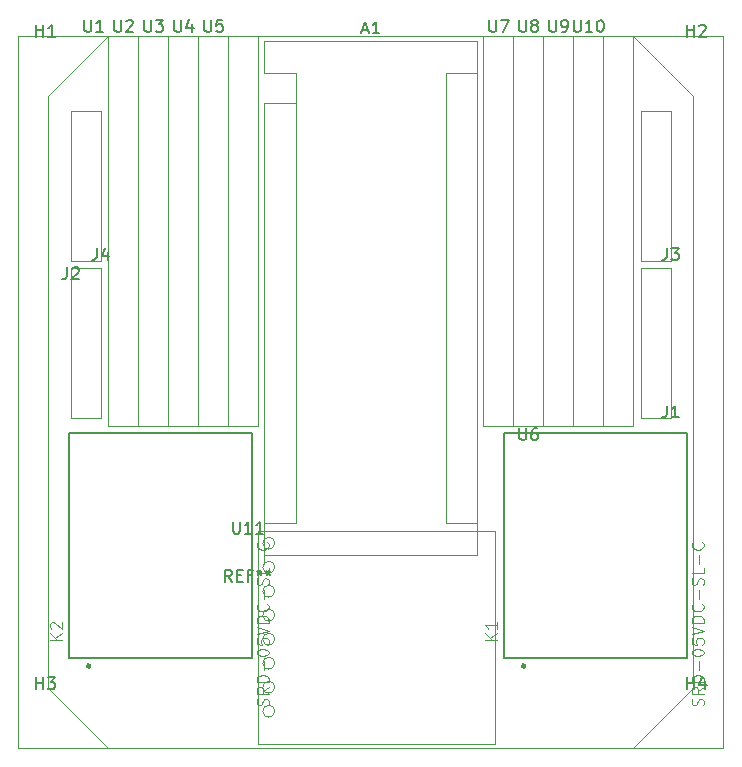
<source format=gto>
G04 #@! TF.GenerationSoftware,KiCad,Pcbnew,(5.1.0)-1*
G04 #@! TF.CreationDate,2019-09-22T18:00:15+02:00*
G04 #@! TF.ProjectId,Arduino_HM_1,41726475-696e-46f5-9f48-4d5f312e6b69,rev?*
G04 #@! TF.SameCoordinates,Original*
G04 #@! TF.FileFunction,Legend,Top*
G04 #@! TF.FilePolarity,Positive*
%FSLAX46Y46*%
G04 Gerber Fmt 4.6, Leading zero omitted, Abs format (unit mm)*
G04 Created by KiCad (PCBNEW (5.1.0)-1) date 2019-09-22 18:00:15*
%MOMM*%
%LPD*%
G04 APERTURE LIST*
%ADD10C,0.120000*%
%ADD11C,0.300000*%
%ADD12C,0.127000*%
%ADD13C,0.150000*%
%ADD14C,0.050000*%
G04 APERTURE END LIST*
D10*
X12065000Y-72390000D02*
X19685000Y-72390000D01*
X12065000Y-12065000D02*
X12065000Y-72390000D01*
X19685000Y-12065000D02*
X12065000Y-12065000D01*
X71755000Y-12065000D02*
X64135000Y-12065000D01*
X71755000Y-72390000D02*
X71755000Y-12065000D01*
X64135000Y-72390000D02*
X71755000Y-72390000D01*
X19685000Y-72390000D02*
X64135000Y-72390000D01*
X14605000Y-17145000D02*
X14605000Y-67310000D01*
X64135000Y-12065000D02*
X19685000Y-12065000D01*
X69215000Y-67310000D02*
X69215000Y-17145000D01*
X14605000Y-67310000D02*
X19685000Y-72390000D01*
X69215000Y-67310000D02*
X64135000Y-72390000D01*
X64135000Y-12065000D02*
X69215000Y-17145000D01*
X19685000Y-12065000D02*
X14605000Y-17145000D01*
X19050000Y-18415000D02*
X19050000Y-31115000D01*
X16510000Y-18415000D02*
X19050000Y-18415000D01*
X16510000Y-31115000D02*
X16510000Y-18415000D01*
X19050000Y-31115000D02*
X16510000Y-31115000D01*
X67310000Y-18415000D02*
X67310000Y-31115000D01*
X64770000Y-18415000D02*
X67310000Y-18415000D01*
X64770000Y-31115000D02*
X64770000Y-18415000D01*
X67310000Y-31115000D02*
X64770000Y-31115000D01*
X16510000Y-44450000D02*
X16510000Y-31750000D01*
X19050000Y-44450000D02*
X16510000Y-44450000D01*
X19050000Y-31750000D02*
X19050000Y-44450000D01*
X16510000Y-31750000D02*
X19050000Y-31750000D01*
X67310000Y-31750000D02*
X67310000Y-44450000D01*
X64770000Y-31750000D02*
X67310000Y-31750000D01*
X64770000Y-44450000D02*
X64770000Y-31750000D01*
X67310000Y-44450000D02*
X64770000Y-44450000D01*
X59055000Y-12065000D02*
X59055000Y-45085000D01*
X61595000Y-12065000D02*
X59055000Y-12065000D01*
X61595000Y-45085000D02*
X61595000Y-12065000D01*
X59055000Y-45085000D02*
X61595000Y-45085000D01*
X53975000Y-12065000D02*
X53975000Y-45085000D01*
X56515000Y-12065000D02*
X53975000Y-12065000D01*
X56515000Y-45085000D02*
X56515000Y-12065000D01*
X53975000Y-45085000D02*
X56515000Y-45085000D01*
D11*
X18111000Y-65445000D02*
G75*
G03X18111000Y-65445000I-100000J0D01*
G01*
D12*
X31880000Y-45695000D02*
X31880000Y-64795000D01*
X16380000Y-45695000D02*
X31880000Y-45695000D01*
X16380000Y-64795000D02*
X16380000Y-45695000D01*
X31880000Y-64795000D02*
X16380000Y-64795000D01*
D10*
X19685000Y-12065000D02*
X19685000Y-45085000D01*
X22225000Y-12065000D02*
X19685000Y-12065000D01*
X22225000Y-45085000D02*
X22225000Y-12065000D01*
X19685000Y-45085000D02*
X22225000Y-45085000D01*
X61595000Y-12065000D02*
X61595000Y-45085000D01*
X64135000Y-12065000D02*
X61595000Y-12065000D01*
X64135000Y-45085000D02*
X64135000Y-12065000D01*
X61595000Y-45085000D02*
X64135000Y-45085000D01*
X56515000Y-12065000D02*
X56515000Y-45085000D01*
X59055000Y-12065000D02*
X56515000Y-12065000D01*
X59055000Y-45085000D02*
X59055000Y-12065000D01*
X56515000Y-45085000D02*
X59055000Y-45085000D01*
X22225000Y-12065000D02*
X22225000Y-45085000D01*
X24765000Y-12065000D02*
X22225000Y-12065000D01*
X24765000Y-45085000D02*
X24765000Y-12065000D01*
X22225000Y-45085000D02*
X24765000Y-45085000D01*
X27305000Y-12065000D02*
X27305000Y-45085000D01*
X29845000Y-12065000D02*
X27305000Y-12065000D01*
X29845000Y-45085000D02*
X29845000Y-12065000D01*
X27305000Y-45085000D02*
X29845000Y-45085000D01*
X24765000Y-12065000D02*
X24765000Y-45085000D01*
X27305000Y-12065000D02*
X24765000Y-12065000D01*
X27305000Y-45085000D02*
X27305000Y-12065000D01*
X24765000Y-45085000D02*
X27305000Y-45085000D01*
X53975000Y-45085000D02*
X53975000Y-12065000D01*
X51435000Y-45085000D02*
X53975000Y-45085000D01*
X51435000Y-12065000D02*
X51435000Y-45085000D01*
X53975000Y-12065000D02*
X51435000Y-12065000D01*
X29845000Y-12065000D02*
X29845000Y-45085000D01*
X32385000Y-12065000D02*
X29845000Y-12065000D01*
X32385000Y-45085000D02*
X32385000Y-12065000D01*
X29845000Y-45085000D02*
X32385000Y-45085000D01*
D11*
X54941000Y-65445000D02*
G75*
G03X54941000Y-65445000I-100000J0D01*
G01*
D12*
X68710000Y-45695000D02*
X68710000Y-64795000D01*
X53210000Y-45695000D02*
X68710000Y-45695000D01*
X53210000Y-64795000D02*
X53210000Y-45695000D01*
X68710000Y-64795000D02*
X53210000Y-64795000D01*
D10*
X32385000Y-72009000D02*
X32385000Y-53975000D01*
X52451000Y-72009000D02*
X32385000Y-72009000D01*
X52451000Y-53975000D02*
X52451000Y-72009000D01*
X32385000Y-53975000D02*
X52451000Y-53975000D01*
X33771000Y-69277000D02*
G75*
G03X33771000Y-69277000I-508000J0D01*
G01*
X33771000Y-67245000D02*
G75*
G03X33771000Y-67245000I-508000J0D01*
G01*
X33771000Y-61149000D02*
G75*
G03X33771000Y-61149000I-508000J0D01*
G01*
X33771000Y-65213000D02*
G75*
G03X33771000Y-65213000I-508000J0D01*
G01*
X33771000Y-63181000D02*
G75*
G03X33771000Y-63181000I-508000J0D01*
G01*
X33771000Y-59117000D02*
G75*
G03X33771000Y-59117000I-508000J0D01*
G01*
X33771000Y-57085000D02*
G75*
G03X33771000Y-57085000I-508000J0D01*
G01*
X33771000Y-55053000D02*
G75*
G03X33771000Y-55053000I-508000J0D01*
G01*
X50930000Y-12570000D02*
X32890000Y-12570000D01*
X50930000Y-56010000D02*
X50930000Y-12570000D01*
X32890000Y-56010000D02*
X50930000Y-56010000D01*
X35560000Y-53340000D02*
X32890000Y-53340000D01*
X35560000Y-17780000D02*
X35560000Y-53340000D01*
X35560000Y-17780000D02*
X32890000Y-17780000D01*
X48260000Y-53340000D02*
X50930000Y-53340000D01*
X48260000Y-15240000D02*
X48260000Y-53340000D01*
X48260000Y-15240000D02*
X50930000Y-15240000D01*
X32890000Y-12570000D02*
X32890000Y-15240000D01*
X32890000Y-17780000D02*
X32890000Y-56010000D01*
X35560000Y-15240000D02*
X32890000Y-15240000D01*
X35560000Y-17780000D02*
X35560000Y-15240000D01*
D13*
X68707095Y-67402380D02*
X68707095Y-66402380D01*
X68707095Y-66878571D02*
X69278523Y-66878571D01*
X69278523Y-67402380D02*
X69278523Y-66402380D01*
X70183285Y-66735714D02*
X70183285Y-67402380D01*
X69945190Y-66354761D02*
X69707095Y-67069047D01*
X70326142Y-67069047D01*
X18716666Y-30067380D02*
X18716666Y-30781666D01*
X18669047Y-30924523D01*
X18573809Y-31019761D01*
X18430952Y-31067380D01*
X18335714Y-31067380D01*
X19621428Y-30400714D02*
X19621428Y-31067380D01*
X19383333Y-30019761D02*
X19145238Y-30734047D01*
X19764285Y-30734047D01*
X66976666Y-30067380D02*
X66976666Y-30781666D01*
X66929047Y-30924523D01*
X66833809Y-31019761D01*
X66690952Y-31067380D01*
X66595714Y-31067380D01*
X67357619Y-30067380D02*
X67976666Y-30067380D01*
X67643333Y-30448333D01*
X67786190Y-30448333D01*
X67881428Y-30495952D01*
X67929047Y-30543571D01*
X67976666Y-30638809D01*
X67976666Y-30876904D01*
X67929047Y-30972142D01*
X67881428Y-31019761D01*
X67786190Y-31067380D01*
X67500476Y-31067380D01*
X67405238Y-31019761D01*
X67357619Y-30972142D01*
X16176666Y-31702380D02*
X16176666Y-32416666D01*
X16129047Y-32559523D01*
X16033809Y-32654761D01*
X15890952Y-32702380D01*
X15795714Y-32702380D01*
X16605238Y-31797619D02*
X16652857Y-31750000D01*
X16748095Y-31702380D01*
X16986190Y-31702380D01*
X17081428Y-31750000D01*
X17129047Y-31797619D01*
X17176666Y-31892857D01*
X17176666Y-31988095D01*
X17129047Y-32130952D01*
X16557619Y-32702380D01*
X17176666Y-32702380D01*
X66976666Y-43402380D02*
X66976666Y-44116666D01*
X66929047Y-44259523D01*
X66833809Y-44354761D01*
X66690952Y-44402380D01*
X66595714Y-44402380D01*
X67976666Y-44402380D02*
X67405238Y-44402380D01*
X67690952Y-44402380D02*
X67690952Y-43402380D01*
X67595714Y-43545238D01*
X67500476Y-43640476D01*
X67405238Y-43688095D01*
X57023095Y-10747380D02*
X57023095Y-11556904D01*
X57070714Y-11652142D01*
X57118333Y-11699761D01*
X57213571Y-11747380D01*
X57404047Y-11747380D01*
X57499285Y-11699761D01*
X57546904Y-11652142D01*
X57594523Y-11556904D01*
X57594523Y-10747380D01*
X58118333Y-11747380D02*
X58308809Y-11747380D01*
X58404047Y-11699761D01*
X58451666Y-11652142D01*
X58546904Y-11509285D01*
X58594523Y-11318809D01*
X58594523Y-10937857D01*
X58546904Y-10842619D01*
X58499285Y-10795000D01*
X58404047Y-10747380D01*
X58213571Y-10747380D01*
X58118333Y-10795000D01*
X58070714Y-10842619D01*
X58023095Y-10937857D01*
X58023095Y-11175952D01*
X58070714Y-11271190D01*
X58118333Y-11318809D01*
X58213571Y-11366428D01*
X58404047Y-11366428D01*
X58499285Y-11318809D01*
X58546904Y-11271190D01*
X58594523Y-11175952D01*
X51943095Y-10747380D02*
X51943095Y-11556904D01*
X51990714Y-11652142D01*
X52038333Y-11699761D01*
X52133571Y-11747380D01*
X52324047Y-11747380D01*
X52419285Y-11699761D01*
X52466904Y-11652142D01*
X52514523Y-11556904D01*
X52514523Y-10747380D01*
X52895476Y-10747380D02*
X53562142Y-10747380D01*
X53133571Y-11747380D01*
D14*
X15746581Y-63243851D02*
X14746491Y-63243851D01*
X15746581Y-62672371D02*
X15175101Y-63100981D01*
X14746491Y-62672371D02*
X15317971Y-63243851D01*
X14841738Y-62291385D02*
X14794115Y-62243761D01*
X14746491Y-62148515D01*
X14746491Y-61910398D01*
X14794115Y-61815151D01*
X14841738Y-61767528D01*
X14936985Y-61719905D01*
X15032231Y-61719905D01*
X15175101Y-61767528D01*
X15746581Y-62339008D01*
X15746581Y-61719905D01*
X33202587Y-68778962D02*
X33250221Y-68636060D01*
X33250221Y-68397891D01*
X33202587Y-68302624D01*
X33154953Y-68254990D01*
X33059685Y-68207356D01*
X32964418Y-68207356D01*
X32869150Y-68254990D01*
X32821516Y-68302624D01*
X32773883Y-68397891D01*
X32726249Y-68588427D01*
X32678615Y-68683694D01*
X32630981Y-68731328D01*
X32535714Y-68778962D01*
X32440446Y-68778962D01*
X32345178Y-68731328D01*
X32297545Y-68683694D01*
X32249911Y-68588427D01*
X32249911Y-68350258D01*
X32297545Y-68207356D01*
X33250221Y-67207046D02*
X32773883Y-67540483D01*
X33250221Y-67778652D02*
X32249911Y-67778652D01*
X32249911Y-67397581D01*
X32297545Y-67302314D01*
X32345178Y-67254680D01*
X32440446Y-67207046D01*
X32583347Y-67207046D01*
X32678615Y-67254680D01*
X32726249Y-67302314D01*
X32773883Y-67397581D01*
X32773883Y-67778652D01*
X33250221Y-66778342D02*
X32249911Y-66778342D01*
X32249911Y-66540173D01*
X32297545Y-66397271D01*
X32392812Y-66302004D01*
X32488080Y-66254370D01*
X32678615Y-66206736D01*
X32821516Y-66206736D01*
X33012052Y-66254370D01*
X33107319Y-66302004D01*
X33202587Y-66397271D01*
X33250221Y-66540173D01*
X33250221Y-66778342D01*
X32869150Y-65778032D02*
X32869150Y-65015891D01*
X32249911Y-64349018D02*
X32249911Y-64253750D01*
X32297545Y-64158482D01*
X32345178Y-64110849D01*
X32440446Y-64063215D01*
X32630981Y-64015581D01*
X32869150Y-64015581D01*
X33059685Y-64063215D01*
X33154953Y-64110849D01*
X33202587Y-64158482D01*
X33250221Y-64253750D01*
X33250221Y-64349018D01*
X33202587Y-64444285D01*
X33154953Y-64491919D01*
X33059685Y-64539553D01*
X32869150Y-64587187D01*
X32630981Y-64587187D01*
X32440446Y-64539553D01*
X32345178Y-64491919D01*
X32297545Y-64444285D01*
X32249911Y-64349018D01*
X32249911Y-63110539D02*
X32249911Y-63586877D01*
X32726249Y-63634510D01*
X32678615Y-63586877D01*
X32630981Y-63491609D01*
X32630981Y-63253440D01*
X32678615Y-63158172D01*
X32726249Y-63110539D01*
X32821516Y-63062905D01*
X33059685Y-63062905D01*
X33154953Y-63110539D01*
X33202587Y-63158172D01*
X33250221Y-63253440D01*
X33250221Y-63491609D01*
X33202587Y-63586877D01*
X33154953Y-63634510D01*
X32249911Y-62777102D02*
X33250221Y-62443665D01*
X32249911Y-62110229D01*
X33250221Y-61776792D02*
X32249911Y-61776792D01*
X32249911Y-61538623D01*
X32297545Y-61395721D01*
X32392812Y-61300454D01*
X32488080Y-61252820D01*
X32678615Y-61205186D01*
X32821516Y-61205186D01*
X33012052Y-61252820D01*
X33107319Y-61300454D01*
X33202587Y-61395721D01*
X33250221Y-61538623D01*
X33250221Y-61776792D01*
X33154953Y-60204876D02*
X33202587Y-60252510D01*
X33250221Y-60395411D01*
X33250221Y-60490679D01*
X33202587Y-60633580D01*
X33107319Y-60728848D01*
X33012052Y-60776482D01*
X32821516Y-60824116D01*
X32678615Y-60824116D01*
X32488080Y-60776482D01*
X32392812Y-60728848D01*
X32297545Y-60633580D01*
X32249911Y-60490679D01*
X32249911Y-60395411D01*
X32297545Y-60252510D01*
X32345178Y-60204876D01*
X32869150Y-59776172D02*
X32869150Y-59014031D01*
X33202587Y-58585327D02*
X33250221Y-58442425D01*
X33250221Y-58204256D01*
X33202587Y-58108989D01*
X33154953Y-58061355D01*
X33059685Y-58013721D01*
X32964418Y-58013721D01*
X32869150Y-58061355D01*
X32821516Y-58108989D01*
X32773883Y-58204256D01*
X32726249Y-58394791D01*
X32678615Y-58490059D01*
X32630981Y-58537693D01*
X32535714Y-58585327D01*
X32440446Y-58585327D01*
X32345178Y-58537693D01*
X32297545Y-58490059D01*
X32249911Y-58394791D01*
X32249911Y-58156622D01*
X32297545Y-58013721D01*
X33250221Y-57108679D02*
X33250221Y-57585017D01*
X32249911Y-57585017D01*
X32869150Y-56775242D02*
X32869150Y-56013101D01*
X33154953Y-54965157D02*
X33202587Y-55012791D01*
X33250221Y-55155692D01*
X33250221Y-55250960D01*
X33202587Y-55393861D01*
X33107319Y-55489129D01*
X33012052Y-55536763D01*
X32821516Y-55584397D01*
X32678615Y-55584397D01*
X32488080Y-55536763D01*
X32392812Y-55489129D01*
X32297545Y-55393861D01*
X32249911Y-55250960D01*
X32249911Y-55155692D01*
X32297545Y-55012791D01*
X32345178Y-54965157D01*
D13*
X17653095Y-10747380D02*
X17653095Y-11556904D01*
X17700714Y-11652142D01*
X17748333Y-11699761D01*
X17843571Y-11747380D01*
X18034047Y-11747380D01*
X18129285Y-11699761D01*
X18176904Y-11652142D01*
X18224523Y-11556904D01*
X18224523Y-10747380D01*
X19224523Y-11747380D02*
X18653095Y-11747380D01*
X18938809Y-11747380D02*
X18938809Y-10747380D01*
X18843571Y-10890238D01*
X18748333Y-10985476D01*
X18653095Y-11033095D01*
X59086904Y-10747380D02*
X59086904Y-11556904D01*
X59134523Y-11652142D01*
X59182142Y-11699761D01*
X59277380Y-11747380D01*
X59467857Y-11747380D01*
X59563095Y-11699761D01*
X59610714Y-11652142D01*
X59658333Y-11556904D01*
X59658333Y-10747380D01*
X60658333Y-11747380D02*
X60086904Y-11747380D01*
X60372619Y-11747380D02*
X60372619Y-10747380D01*
X60277380Y-10890238D01*
X60182142Y-10985476D01*
X60086904Y-11033095D01*
X61277380Y-10747380D02*
X61372619Y-10747380D01*
X61467857Y-10795000D01*
X61515476Y-10842619D01*
X61563095Y-10937857D01*
X61610714Y-11128333D01*
X61610714Y-11366428D01*
X61563095Y-11556904D01*
X61515476Y-11652142D01*
X61467857Y-11699761D01*
X61372619Y-11747380D01*
X61277380Y-11747380D01*
X61182142Y-11699761D01*
X61134523Y-11652142D01*
X61086904Y-11556904D01*
X61039285Y-11366428D01*
X61039285Y-11128333D01*
X61086904Y-10937857D01*
X61134523Y-10842619D01*
X61182142Y-10795000D01*
X61277380Y-10747380D01*
X54483095Y-10747380D02*
X54483095Y-11556904D01*
X54530714Y-11652142D01*
X54578333Y-11699761D01*
X54673571Y-11747380D01*
X54864047Y-11747380D01*
X54959285Y-11699761D01*
X55006904Y-11652142D01*
X55054523Y-11556904D01*
X55054523Y-10747380D01*
X55673571Y-11175952D02*
X55578333Y-11128333D01*
X55530714Y-11080714D01*
X55483095Y-10985476D01*
X55483095Y-10937857D01*
X55530714Y-10842619D01*
X55578333Y-10795000D01*
X55673571Y-10747380D01*
X55864047Y-10747380D01*
X55959285Y-10795000D01*
X56006904Y-10842619D01*
X56054523Y-10937857D01*
X56054523Y-10985476D01*
X56006904Y-11080714D01*
X55959285Y-11128333D01*
X55864047Y-11175952D01*
X55673571Y-11175952D01*
X55578333Y-11223571D01*
X55530714Y-11271190D01*
X55483095Y-11366428D01*
X55483095Y-11556904D01*
X55530714Y-11652142D01*
X55578333Y-11699761D01*
X55673571Y-11747380D01*
X55864047Y-11747380D01*
X55959285Y-11699761D01*
X56006904Y-11652142D01*
X56054523Y-11556904D01*
X56054523Y-11366428D01*
X56006904Y-11271190D01*
X55959285Y-11223571D01*
X55864047Y-11175952D01*
X20193095Y-10747380D02*
X20193095Y-11556904D01*
X20240714Y-11652142D01*
X20288333Y-11699761D01*
X20383571Y-11747380D01*
X20574047Y-11747380D01*
X20669285Y-11699761D01*
X20716904Y-11652142D01*
X20764523Y-11556904D01*
X20764523Y-10747380D01*
X21193095Y-10842619D02*
X21240714Y-10795000D01*
X21335952Y-10747380D01*
X21574047Y-10747380D01*
X21669285Y-10795000D01*
X21716904Y-10842619D01*
X21764523Y-10937857D01*
X21764523Y-11033095D01*
X21716904Y-11175952D01*
X21145476Y-11747380D01*
X21764523Y-11747380D01*
X25273095Y-10747380D02*
X25273095Y-11556904D01*
X25320714Y-11652142D01*
X25368333Y-11699761D01*
X25463571Y-11747380D01*
X25654047Y-11747380D01*
X25749285Y-11699761D01*
X25796904Y-11652142D01*
X25844523Y-11556904D01*
X25844523Y-10747380D01*
X26749285Y-11080714D02*
X26749285Y-11747380D01*
X26511190Y-10699761D02*
X26273095Y-11414047D01*
X26892142Y-11414047D01*
X22733095Y-10747380D02*
X22733095Y-11556904D01*
X22780714Y-11652142D01*
X22828333Y-11699761D01*
X22923571Y-11747380D01*
X23114047Y-11747380D01*
X23209285Y-11699761D01*
X23256904Y-11652142D01*
X23304523Y-11556904D01*
X23304523Y-10747380D01*
X23685476Y-10747380D02*
X24304523Y-10747380D01*
X23971190Y-11128333D01*
X24114047Y-11128333D01*
X24209285Y-11175952D01*
X24256904Y-11223571D01*
X24304523Y-11318809D01*
X24304523Y-11556904D01*
X24256904Y-11652142D01*
X24209285Y-11699761D01*
X24114047Y-11747380D01*
X23828333Y-11747380D01*
X23733095Y-11699761D01*
X23685476Y-11652142D01*
X54483095Y-45307380D02*
X54483095Y-46116904D01*
X54530714Y-46212142D01*
X54578333Y-46259761D01*
X54673571Y-46307380D01*
X54864047Y-46307380D01*
X54959285Y-46259761D01*
X55006904Y-46212142D01*
X55054523Y-46116904D01*
X55054523Y-45307380D01*
X55959285Y-45307380D02*
X55768809Y-45307380D01*
X55673571Y-45355000D01*
X55625952Y-45402619D01*
X55530714Y-45545476D01*
X55483095Y-45735952D01*
X55483095Y-46116904D01*
X55530714Y-46212142D01*
X55578333Y-46259761D01*
X55673571Y-46307380D01*
X55864047Y-46307380D01*
X55959285Y-46259761D01*
X56006904Y-46212142D01*
X56054523Y-46116904D01*
X56054523Y-45878809D01*
X56006904Y-45783571D01*
X55959285Y-45735952D01*
X55864047Y-45688333D01*
X55673571Y-45688333D01*
X55578333Y-45735952D01*
X55530714Y-45783571D01*
X55483095Y-45878809D01*
X27813095Y-10747380D02*
X27813095Y-11556904D01*
X27860714Y-11652142D01*
X27908333Y-11699761D01*
X28003571Y-11747380D01*
X28194047Y-11747380D01*
X28289285Y-11699761D01*
X28336904Y-11652142D01*
X28384523Y-11556904D01*
X28384523Y-10747380D01*
X29336904Y-10747380D02*
X28860714Y-10747380D01*
X28813095Y-11223571D01*
X28860714Y-11175952D01*
X28955952Y-11128333D01*
X29194047Y-11128333D01*
X29289285Y-11175952D01*
X29336904Y-11223571D01*
X29384523Y-11318809D01*
X29384523Y-11556904D01*
X29336904Y-11652142D01*
X29289285Y-11699761D01*
X29194047Y-11747380D01*
X28955952Y-11747380D01*
X28860714Y-11699761D01*
X28813095Y-11652142D01*
D14*
X52576581Y-63243851D02*
X51576491Y-63243851D01*
X52576581Y-62672371D02*
X52005101Y-63100981D01*
X51576491Y-62672371D02*
X52147971Y-63243851D01*
X52576581Y-61719905D02*
X52576581Y-62291385D01*
X52576581Y-62005645D02*
X51576491Y-62005645D01*
X51719361Y-62100891D01*
X51814608Y-62196138D01*
X51862231Y-62291385D01*
X70032587Y-68778962D02*
X70080221Y-68636060D01*
X70080221Y-68397891D01*
X70032587Y-68302624D01*
X69984953Y-68254990D01*
X69889685Y-68207356D01*
X69794418Y-68207356D01*
X69699150Y-68254990D01*
X69651516Y-68302624D01*
X69603883Y-68397891D01*
X69556249Y-68588427D01*
X69508615Y-68683694D01*
X69460981Y-68731328D01*
X69365714Y-68778962D01*
X69270446Y-68778962D01*
X69175178Y-68731328D01*
X69127545Y-68683694D01*
X69079911Y-68588427D01*
X69079911Y-68350258D01*
X69127545Y-68207356D01*
X70080221Y-67207046D02*
X69603883Y-67540483D01*
X70080221Y-67778652D02*
X69079911Y-67778652D01*
X69079911Y-67397581D01*
X69127545Y-67302314D01*
X69175178Y-67254680D01*
X69270446Y-67207046D01*
X69413347Y-67207046D01*
X69508615Y-67254680D01*
X69556249Y-67302314D01*
X69603883Y-67397581D01*
X69603883Y-67778652D01*
X70080221Y-66778342D02*
X69079911Y-66778342D01*
X69079911Y-66540173D01*
X69127545Y-66397271D01*
X69222812Y-66302004D01*
X69318080Y-66254370D01*
X69508615Y-66206736D01*
X69651516Y-66206736D01*
X69842052Y-66254370D01*
X69937319Y-66302004D01*
X70032587Y-66397271D01*
X70080221Y-66540173D01*
X70080221Y-66778342D01*
X69699150Y-65778032D02*
X69699150Y-65015891D01*
X69079911Y-64349018D02*
X69079911Y-64253750D01*
X69127545Y-64158482D01*
X69175178Y-64110849D01*
X69270446Y-64063215D01*
X69460981Y-64015581D01*
X69699150Y-64015581D01*
X69889685Y-64063215D01*
X69984953Y-64110849D01*
X70032587Y-64158482D01*
X70080221Y-64253750D01*
X70080221Y-64349018D01*
X70032587Y-64444285D01*
X69984953Y-64491919D01*
X69889685Y-64539553D01*
X69699150Y-64587187D01*
X69460981Y-64587187D01*
X69270446Y-64539553D01*
X69175178Y-64491919D01*
X69127545Y-64444285D01*
X69079911Y-64349018D01*
X69079911Y-63110539D02*
X69079911Y-63586877D01*
X69556249Y-63634510D01*
X69508615Y-63586877D01*
X69460981Y-63491609D01*
X69460981Y-63253440D01*
X69508615Y-63158172D01*
X69556249Y-63110539D01*
X69651516Y-63062905D01*
X69889685Y-63062905D01*
X69984953Y-63110539D01*
X70032587Y-63158172D01*
X70080221Y-63253440D01*
X70080221Y-63491609D01*
X70032587Y-63586877D01*
X69984953Y-63634510D01*
X69079911Y-62777102D02*
X70080221Y-62443665D01*
X69079911Y-62110229D01*
X70080221Y-61776792D02*
X69079911Y-61776792D01*
X69079911Y-61538623D01*
X69127545Y-61395721D01*
X69222812Y-61300454D01*
X69318080Y-61252820D01*
X69508615Y-61205186D01*
X69651516Y-61205186D01*
X69842052Y-61252820D01*
X69937319Y-61300454D01*
X70032587Y-61395721D01*
X70080221Y-61538623D01*
X70080221Y-61776792D01*
X69984953Y-60204876D02*
X70032587Y-60252510D01*
X70080221Y-60395411D01*
X70080221Y-60490679D01*
X70032587Y-60633580D01*
X69937319Y-60728848D01*
X69842052Y-60776482D01*
X69651516Y-60824116D01*
X69508615Y-60824116D01*
X69318080Y-60776482D01*
X69222812Y-60728848D01*
X69127545Y-60633580D01*
X69079911Y-60490679D01*
X69079911Y-60395411D01*
X69127545Y-60252510D01*
X69175178Y-60204876D01*
X69699150Y-59776172D02*
X69699150Y-59014031D01*
X70032587Y-58585327D02*
X70080221Y-58442425D01*
X70080221Y-58204256D01*
X70032587Y-58108989D01*
X69984953Y-58061355D01*
X69889685Y-58013721D01*
X69794418Y-58013721D01*
X69699150Y-58061355D01*
X69651516Y-58108989D01*
X69603883Y-58204256D01*
X69556249Y-58394791D01*
X69508615Y-58490059D01*
X69460981Y-58537693D01*
X69365714Y-58585327D01*
X69270446Y-58585327D01*
X69175178Y-58537693D01*
X69127545Y-58490059D01*
X69079911Y-58394791D01*
X69079911Y-58156622D01*
X69127545Y-58013721D01*
X70080221Y-57108679D02*
X70080221Y-57585017D01*
X69079911Y-57585017D01*
X69699150Y-56775242D02*
X69699150Y-56013101D01*
X69984953Y-54965157D02*
X70032587Y-55012791D01*
X70080221Y-55155692D01*
X70080221Y-55250960D01*
X70032587Y-55393861D01*
X69937319Y-55489129D01*
X69842052Y-55536763D01*
X69651516Y-55584397D01*
X69508615Y-55584397D01*
X69318080Y-55536763D01*
X69222812Y-55489129D01*
X69127545Y-55393861D01*
X69079911Y-55250960D01*
X69079911Y-55155692D01*
X69127545Y-55012791D01*
X69175178Y-54965157D01*
D13*
X30246904Y-53227380D02*
X30246904Y-54036904D01*
X30294523Y-54132142D01*
X30342142Y-54179761D01*
X30437380Y-54227380D01*
X30627857Y-54227380D01*
X30723095Y-54179761D01*
X30770714Y-54132142D01*
X30818333Y-54036904D01*
X30818333Y-53227380D01*
X31818333Y-54227380D02*
X31246904Y-54227380D01*
X31532619Y-54227380D02*
X31532619Y-53227380D01*
X31437380Y-53370238D01*
X31342142Y-53465476D01*
X31246904Y-53513095D01*
X32770714Y-54227380D02*
X32199285Y-54227380D01*
X32485000Y-54227380D02*
X32485000Y-53227380D01*
X32389761Y-53370238D01*
X32294523Y-53465476D01*
X32199285Y-53513095D01*
X30151666Y-58291380D02*
X29818333Y-57815190D01*
X29580238Y-58291380D02*
X29580238Y-57291380D01*
X29961190Y-57291380D01*
X30056428Y-57339000D01*
X30104047Y-57386619D01*
X30151666Y-57481857D01*
X30151666Y-57624714D01*
X30104047Y-57719952D01*
X30056428Y-57767571D01*
X29961190Y-57815190D01*
X29580238Y-57815190D01*
X30580238Y-57767571D02*
X30913571Y-57767571D01*
X31056428Y-58291380D02*
X30580238Y-58291380D01*
X30580238Y-57291380D01*
X31056428Y-57291380D01*
X31818333Y-57767571D02*
X31485000Y-57767571D01*
X31485000Y-58291380D02*
X31485000Y-57291380D01*
X31961190Y-57291380D01*
X32485000Y-57291380D02*
X32485000Y-57529476D01*
X32246904Y-57434238D02*
X32485000Y-57529476D01*
X32723095Y-57434238D01*
X32342142Y-57719952D02*
X32485000Y-57529476D01*
X32627857Y-57719952D01*
X33246904Y-57291380D02*
X33246904Y-57529476D01*
X33008809Y-57434238D02*
X33246904Y-57529476D01*
X33485000Y-57434238D01*
X33104047Y-57719952D02*
X33246904Y-57529476D01*
X33389761Y-57719952D01*
X13589095Y-67402380D02*
X13589095Y-66402380D01*
X13589095Y-66878571D02*
X14160523Y-66878571D01*
X14160523Y-67402380D02*
X14160523Y-66402380D01*
X14541476Y-66402380D02*
X15160523Y-66402380D01*
X14827190Y-66783333D01*
X14970047Y-66783333D01*
X15065285Y-66830952D01*
X15112904Y-66878571D01*
X15160523Y-66973809D01*
X15160523Y-67211904D01*
X15112904Y-67307142D01*
X15065285Y-67354761D01*
X14970047Y-67402380D01*
X14684333Y-67402380D01*
X14589095Y-67354761D01*
X14541476Y-67307142D01*
X68707095Y-12157380D02*
X68707095Y-11157380D01*
X68707095Y-11633571D02*
X69278523Y-11633571D01*
X69278523Y-12157380D02*
X69278523Y-11157380D01*
X69707095Y-11252619D02*
X69754714Y-11205000D01*
X69849952Y-11157380D01*
X70088047Y-11157380D01*
X70183285Y-11205000D01*
X70230904Y-11252619D01*
X70278523Y-11347857D01*
X70278523Y-11443095D01*
X70230904Y-11585952D01*
X69659476Y-12157380D01*
X70278523Y-12157380D01*
X13589095Y-12157380D02*
X13589095Y-11157380D01*
X13589095Y-11633571D02*
X14160523Y-11633571D01*
X14160523Y-12157380D02*
X14160523Y-11157380D01*
X15160523Y-12157380D02*
X14589095Y-12157380D01*
X14874809Y-12157380D02*
X14874809Y-11157380D01*
X14779571Y-11300238D01*
X14684333Y-11395476D01*
X14589095Y-11443095D01*
X41195714Y-11596666D02*
X41671904Y-11596666D01*
X41100476Y-11882380D02*
X41433809Y-10882380D01*
X41767142Y-11882380D01*
X42624285Y-11882380D02*
X42052857Y-11882380D01*
X42338571Y-11882380D02*
X42338571Y-10882380D01*
X42243333Y-11025238D01*
X42148095Y-11120476D01*
X42052857Y-11168095D01*
M02*

</source>
